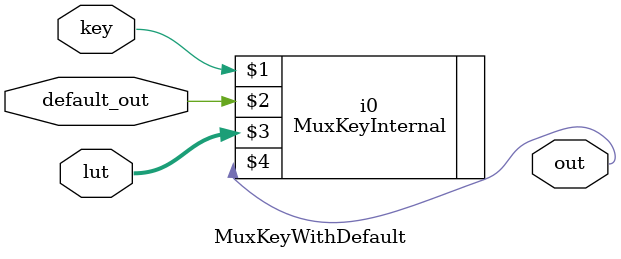
<source format=v>
`include "MuxKeyInternal.v"

module MuxKeyWithDefault #(
    parameter NR_KEY = 2,
    parameter KEY_LEN = 1,
    parameter DATA_LEN = 1
) (
    input [KEY_LEN-1:0] key,
    input [DATA_LEN-1:0] default_out,
    input [NR_KEY*(KEY_LEN+DATA_LEN)-1:0] lut,
    output [DATA_LEN-1:0] out
);

    MuxKeyInternal #(NR_KEY,KEY_LEN,DATA_LEN,1) i0 (key, default_out,lut,out);
    
endmodule
</source>
